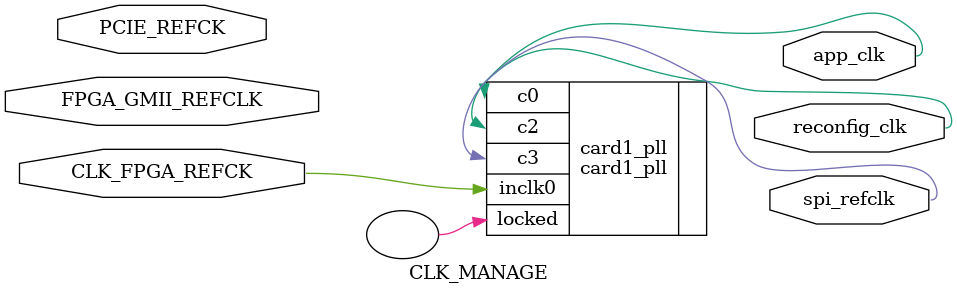
<source format=v>

module CLK_MANAGE(
//--------------------------------input clk_ Manage Module-------------------------
input FPGA_GMII_REFCLK,//125M
input PCIE_REFCK,//100M
input CLK_FPGA_REFCK,//125M
//--------------------------------genarate clk_ Manage Module-------------------------
output app_clk,
output reconfig_clk,
output spi_refclk);

card1_pll card1_pll(//genarate clk for right side of port_ip core
.inclk0			(CLK_FPGA_REFCK),//156.25M
.c0				(app_clk),//125M
.c2				(reconfig_clk),
.c3				(spi_refclk),
.locked			()
);

endmodule 
</source>
